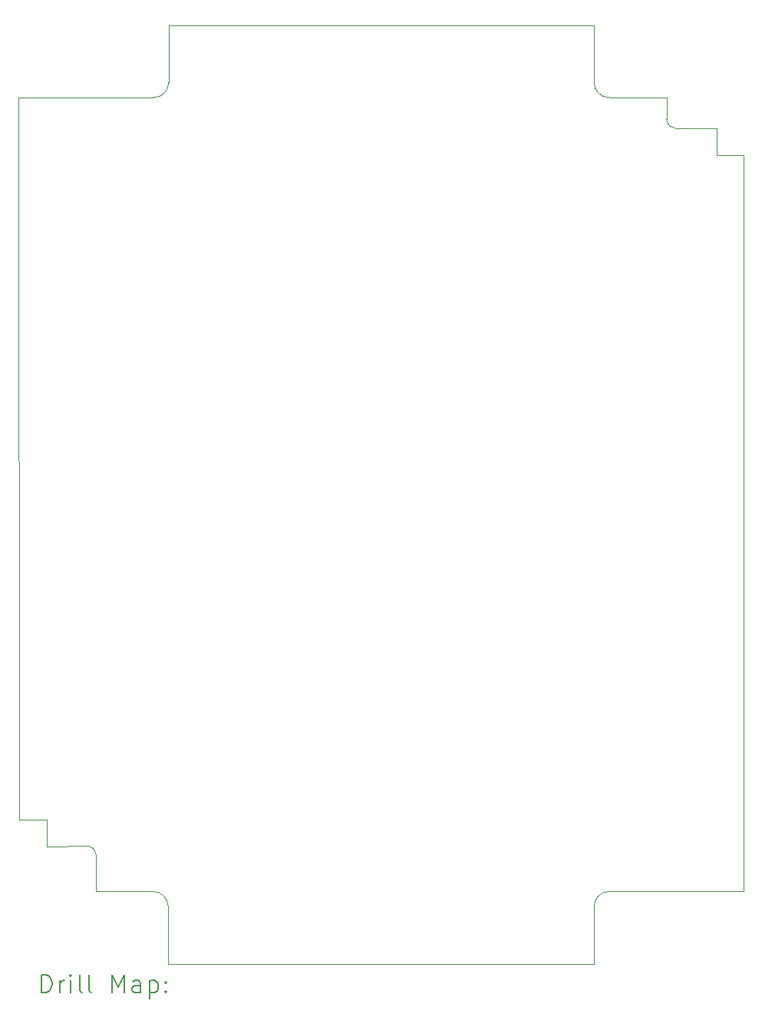
<source format=gbr>
%FSLAX45Y45*%
G04 Gerber Fmt 4.5, Leading zero omitted, Abs format (unit mm)*
G04 Created by KiCad (PCBNEW (6.0.5-0)) date 2023-01-03 07:13:59*
%MOMM*%
%LPD*%
G01*
G04 APERTURE LIST*
%TA.AperFunction,Profile*%
%ADD10C,0.100000*%
%TD*%
%ADD11C,0.200000*%
G04 APERTURE END LIST*
D10*
X13560000Y-14225000D02*
X8860000Y-14225000D01*
X14360000Y-4675000D02*
X14360000Y-4916130D01*
X15210000Y-5310000D02*
X15210000Y-13425000D01*
X7220000Y-12630000D02*
X7520000Y-12630000D01*
X8060567Y-13015036D02*
G75*
G03*
X7966933Y-12925000I-93657J-3694D01*
G01*
X14910000Y-5010000D02*
X14910000Y-5310000D01*
X13560000Y-14225000D02*
X13560000Y-13590000D01*
X8700000Y-4675000D02*
G75*
G03*
X8865000Y-4510000I0J165000D01*
G01*
X14360003Y-4916130D02*
G75*
G03*
X14454946Y-5010000I99097J5280D01*
G01*
X13725000Y-13425000D02*
G75*
G03*
X13560000Y-13590000I0J-165000D01*
G01*
X15210000Y-13425000D02*
X13725000Y-13425000D01*
X8860000Y-13590000D02*
X8860000Y-14225000D01*
X13560000Y-4510000D02*
X13560000Y-3875000D01*
X7210000Y-4675000D02*
X8700000Y-4675000D01*
X8860000Y-13590000D02*
G75*
G03*
X8695000Y-13425000I-165000J0D01*
G01*
X7966933Y-12925000D02*
X7520000Y-12930000D01*
X8695000Y-13425000D02*
X8060000Y-13425000D01*
X8060000Y-13425000D02*
X8060573Y-13015036D01*
X13560000Y-4510000D02*
G75*
G03*
X13725000Y-4675000I165000J0D01*
G01*
X7520000Y-12630000D02*
X7520000Y-12930000D01*
X8865000Y-3875000D02*
X13560000Y-3875000D01*
X7220000Y-12630000D02*
X7210000Y-4675000D01*
X14454946Y-5010000D02*
X14910000Y-5010000D01*
X14910000Y-5310000D02*
X15210000Y-5310000D01*
X8865000Y-3875000D02*
X8865000Y-4510000D01*
X13725000Y-4675000D02*
X14360000Y-4675000D01*
D11*
X7462619Y-14540476D02*
X7462619Y-14340476D01*
X7510238Y-14340476D01*
X7538809Y-14350000D01*
X7557857Y-14369048D01*
X7567381Y-14388095D01*
X7576905Y-14426190D01*
X7576905Y-14454762D01*
X7567381Y-14492857D01*
X7557857Y-14511905D01*
X7538809Y-14530952D01*
X7510238Y-14540476D01*
X7462619Y-14540476D01*
X7662619Y-14540476D02*
X7662619Y-14407143D01*
X7662619Y-14445238D02*
X7672143Y-14426190D01*
X7681667Y-14416667D01*
X7700714Y-14407143D01*
X7719762Y-14407143D01*
X7786428Y-14540476D02*
X7786428Y-14407143D01*
X7786428Y-14340476D02*
X7776905Y-14350000D01*
X7786428Y-14359524D01*
X7795952Y-14350000D01*
X7786428Y-14340476D01*
X7786428Y-14359524D01*
X7910238Y-14540476D02*
X7891190Y-14530952D01*
X7881667Y-14511905D01*
X7881667Y-14340476D01*
X8015000Y-14540476D02*
X7995952Y-14530952D01*
X7986428Y-14511905D01*
X7986428Y-14340476D01*
X8243571Y-14540476D02*
X8243571Y-14340476D01*
X8310238Y-14483333D01*
X8376905Y-14340476D01*
X8376905Y-14540476D01*
X8557857Y-14540476D02*
X8557857Y-14435714D01*
X8548333Y-14416667D01*
X8529286Y-14407143D01*
X8491190Y-14407143D01*
X8472143Y-14416667D01*
X8557857Y-14530952D02*
X8538810Y-14540476D01*
X8491190Y-14540476D01*
X8472143Y-14530952D01*
X8462619Y-14511905D01*
X8462619Y-14492857D01*
X8472143Y-14473809D01*
X8491190Y-14464286D01*
X8538810Y-14464286D01*
X8557857Y-14454762D01*
X8653095Y-14407143D02*
X8653095Y-14607143D01*
X8653095Y-14416667D02*
X8672143Y-14407143D01*
X8710238Y-14407143D01*
X8729286Y-14416667D01*
X8738810Y-14426190D01*
X8748333Y-14445238D01*
X8748333Y-14502381D01*
X8738810Y-14521428D01*
X8729286Y-14530952D01*
X8710238Y-14540476D01*
X8672143Y-14540476D01*
X8653095Y-14530952D01*
X8834048Y-14521428D02*
X8843571Y-14530952D01*
X8834048Y-14540476D01*
X8824524Y-14530952D01*
X8834048Y-14521428D01*
X8834048Y-14540476D01*
X8834048Y-14416667D02*
X8843571Y-14426190D01*
X8834048Y-14435714D01*
X8824524Y-14426190D01*
X8834048Y-14416667D01*
X8834048Y-14435714D01*
M02*

</source>
